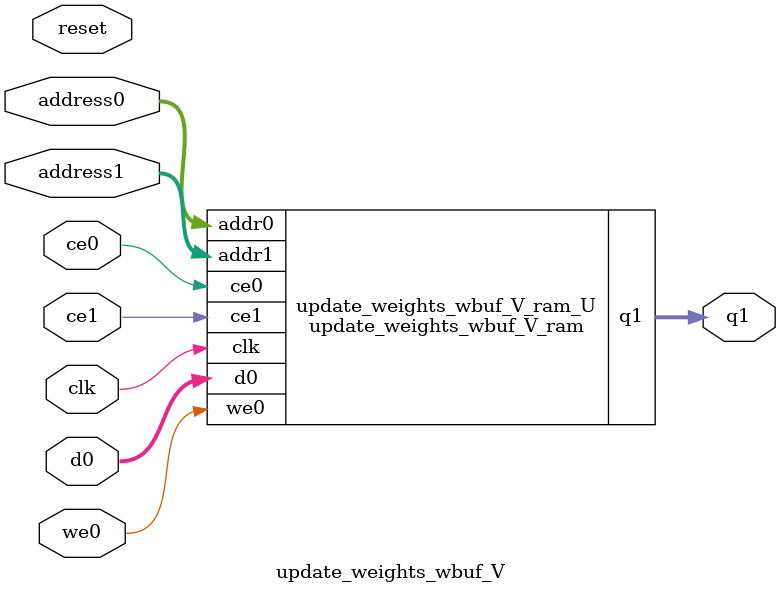
<source format=v>
`timescale 1 ns / 1 ps
module update_weights_wbuf_V_ram (addr0, ce0, d0, we0, addr1, ce1, q1,  clk);

parameter DWIDTH = 16;
parameter AWIDTH = 10;
parameter MEM_SIZE = 1024;

input[AWIDTH-1:0] addr0;
input ce0;
input[DWIDTH-1:0] d0;
input we0;
input[AWIDTH-1:0] addr1;
input ce1;
output reg[DWIDTH-1:0] q1;
input clk;

reg [DWIDTH-1:0] ram[0:MEM_SIZE-1];




always @(posedge clk)  
begin 
    if (ce0) begin
        if (we0) 
            ram[addr0] <= d0; 
    end
end


always @(posedge clk)  
begin 
    if (ce1) begin
        q1 <= ram[addr1];
    end
end


endmodule

`timescale 1 ns / 1 ps
module update_weights_wbuf_V(
    reset,
    clk,
    address0,
    ce0,
    we0,
    d0,
    address1,
    ce1,
    q1);

parameter DataWidth = 32'd16;
parameter AddressRange = 32'd1024;
parameter AddressWidth = 32'd10;
input reset;
input clk;
input[AddressWidth - 1:0] address0;
input ce0;
input we0;
input[DataWidth - 1:0] d0;
input[AddressWidth - 1:0] address1;
input ce1;
output[DataWidth - 1:0] q1;



update_weights_wbuf_V_ram update_weights_wbuf_V_ram_U(
    .clk( clk ),
    .addr0( address0 ),
    .ce0( ce0 ),
    .we0( we0 ),
    .d0( d0 ),
    .addr1( address1 ),
    .ce1( ce1 ),
    .q1( q1 ));

endmodule


</source>
